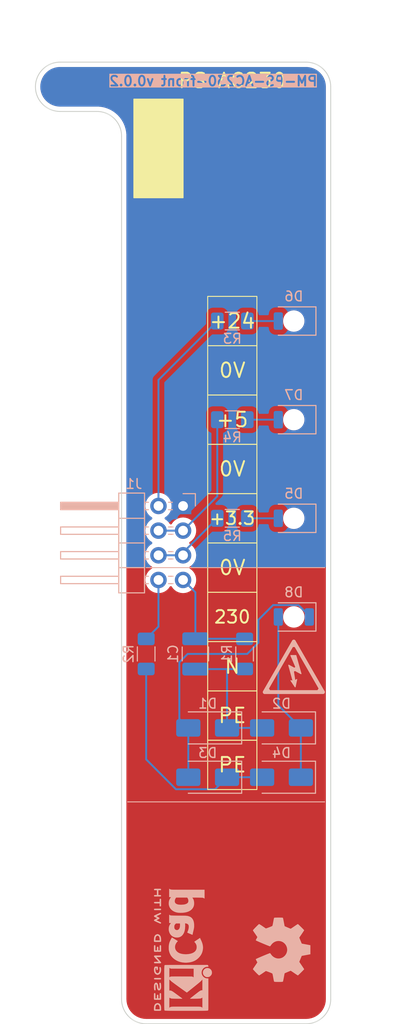
<source format=kicad_pcb>
(kicad_pcb (version 20240108) (generator "pcbnew") (generator_version "8.0")
  (title_block (title "${article} v${version}"))
  (layers (0 "F.Cu" signal) (31 "B.Cu" signal) (34 "B.Paste" user) (35 "F.Paste" user) (36 "B.SilkS" user "B.Silkscreen") (37 "F.SilkS" user "F.Silkscreen") (38 "B.Mask" user) (39 "F.Mask" user) (44 "Edge.Cuts" user))
  (property "article" "PM-PS-AC230-front")
  (property "version" "0.0.2")
  (net 0 "")
  (net 1 "+3.3V")
  (net 2 "N")
  (net 3 "GND")
  (net 4 "+5V")
  (net 5 "230V")
  (net 6 "+24V")
  (net 7 "Net-(D1-K)")
  (net 8 "Net-(D1-A)")
  (net 9 "Net-(D2-K)")
  (net 10 "Net-(D3-K)")
  (net 11 "Net-(D6-A)")
  (net 12 "Net-(D7-A)")
  (net 13 "Net-(D5-A)")
  (footprint "Connector_PinHeader_2.54mm:PinHeader_2x04_P2.54mm_Horizontal" (layer "B.Cu") (at 66.04 96.52 180)
    (property "Reference" "J1" (at 5.08 2.27 0) (layer "B.SilkS") (effects (justify mirror)))
    (property "Value" "PinHeader_02x04_P2.54_THT_angle")
    (pad "1" thru_hole rect (at 0 0 180) (size 1.7 1.7) (drill 1) (layers "*.Cu" "*.Mask") (net 3 "GND"))
    (pad "2" thru_hole oval (at 2.54 0 180) (size 1.7 1.7) (drill 1) (layers "*.Cu" "*.Mask") (net 6 "+24V"))
    (pad "3" thru_hole oval (at 0 -2.54 180) (size 1.7 1.7) (drill 1) (layers "*.Cu" "*.Mask") (net 4 "+5V"))
    (pad "4" thru_hole oval (at 2.54 -2.54 180) (size 1.7 1.7) (drill 1) (layers "*.Cu" "*.Mask") (net 4 "+5V"))
    (pad "5" thru_hole oval (at 0 -5.08 180) (size 1.7 1.7) (drill 1) (layers "*.Cu" "*.Mask") (net 1 "+3.3V"))
    (pad "6" thru_hole oval (at 2.54 -5.08 180) (size 1.7 1.7) (drill 1) (layers "*.Cu" "*.Mask") (net 1 "+3.3V"))
    (pad "7" thru_hole oval (at 0 -7.62 180) (size 1.7 1.7) (drill 1) (layers "*.Cu" "*.Mask") (net 5 "230V"))
    (pad "8" thru_hole oval (at 2.54 -7.62 180) (size 1.7 1.7) (drill 1) (layers "*.Cu" "*.Mask") (net 2 "N"))
  )
  (footprint "Resistor_SMD:R_1206_3216Metric_Pad1.30x1.75mm_HandSolder" (layer "B.Cu") (at 71.12 87.63)
    (property "Reference" "R4" (at 0 1.82 0) (layer "B.SilkS") (effects (justify mirror)))
    (property "Value" "620R")
    (pad "1" smd roundrect (at -1.55 0) (size 1.3 1.75) (layers "B.Cu" "B.Paste" "B.Mask") (roundrect_rratio 0.192308) (net 4 "+5V"))
    (pad "2" smd roundrect (at 1.55 0) (size 1.3 1.75) (layers "B.Cu" "B.Paste" "B.Mask") (roundrect_rratio 0.192308) (net 12 "Net-(D7-A)"))
  )
  (footprint "Resistor_SMD:R_1206_3216Metric_Pad1.30x1.75mm_HandSolder" (layer "B.Cu") (at 72.39 111.76 -90)
    (property "Reference" "R1" (at 0 1.82 90) (layer "B.SilkS") (effects (justify mirror)))
    (property "Value" "680k")
    (pad "1" smd roundrect (at -1.55 0 270) (size 1.3 1.75) (layers "B.Cu" "B.Paste" "B.Mask") (roundrect_rratio 0.192308) (net 5 "230V"))
    (pad "2" smd roundrect (at 1.55 0 270) (size 1.3 1.75) (layers "B.Cu" "B.Paste" "B.Mask") (roundrect_rratio 0.192308) (net 7 "Net-(D1-K)"))
  )
  (footprint "Diode_SMD:D_SMA" (layer "B.Cu") (at 68.58 119.38 180)
    (property "Reference" "D1" (at 0 2.5 0) (layer "B.SilkS") (effects (justify mirror)))
    (property "Value" "1N4007")
    (pad "1" smd roundrect (at -2 0 180) (size 2.5 1.8) (layers "B.Cu" "B.Paste" "B.Mask") (roundrect_rratio 0.1388888889) (net 7 "Net-(D1-K)"))
    (pad "2" smd roundrect (at 2 0 180) (size 2.5 1.8) (layers "B.Cu" "B.Paste" "B.Mask") (roundrect_rratio 0.1388888889) (net 8 "Net-(D1-A)"))
  )
  (footprint "kicad_inventree_lib:LED_1206_3216Metric_ReverseMount_Hole1.8x2.4mm" (layer "B.Cu") (at 77.47 97.79 180)
    (property "Reference" "D5" (at 0 2.54 0) (layer "B.SilkS") (effects (justify mirror)))
    (property "Value" "Green")
    (pad "" np_thru_hole oval (at 0 0 180) (size 1.7 1.7) (drill oval 1.7) (layers "F&B.Cu" "*.Mask"))
    (pad "1" smd roundrect (at -1.6 0 180) (size 0.95 1.8) (layers "B.Cu" "B.Paste" "B.Mask") (roundrect_rratio 0.2) (net 3 "GND"))
    (pad "2" smd roundrect (at 1.6 0 180) (size 0.95 1.8) (layers "B.Cu" "B.Paste" "B.Mask") (roundrect_rratio 0.2) (net 13 "Net-(D5-A)"))
  )
  (footprint "kicad_inventree_lib:LED_1206_3216Metric_ReverseMount_Hole1.8x2.4mm" (layer "B.Cu") (at 77.47 87.63 180)
    (property "Reference" "D7" (at 0 2.54 0) (layer "B.SilkS") (effects (justify mirror)))
    (property "Value" "Green")
    (pad "" np_thru_hole oval (at 0 0 180) (size 1.7 1.7) (drill oval 1.7) (layers "F&B.Cu" "*.Mask"))
    (pad "1" smd roundrect (at -1.6 0 180) (size 0.95 1.8) (layers "B.Cu" "B.Paste" "B.Mask") (roundrect_rratio 0.2) (net 3 "GND"))
    (pad "2" smd roundrect (at 1.6 0 180) (size 0.95 1.8) (layers "B.Cu" "B.Paste" "B.Mask") (roundrect_rratio 0.2) (net 12 "Net-(D7-A)"))
  )
  (footprint "Symbol:KiCad-Logo2_5mm_SilkScreen" (layer "B.Cu") (at 66.04 142.24 90)
    (property "Reference" "Logo_kicad" (hide yes))
    (property "Value" "KiCad-Logo2_5mm_SilkScreen" (hide yes))
  )
  (footprint "Diode_SMD:D_SMA" (layer "B.Cu") (at 68.58 124.46 180)
    (property "Reference" "D3" (at 0 2.5 0) (layer "B.SilkS") (effects (justify mirror)))
    (property "Value" "1N4007")
    (pad "1" smd roundrect (at -2 0 180) (size 2.5 1.8) (layers "B.Cu" "B.Paste" "B.Mask") (roundrect_rratio 0.1388888889) (net 10 "Net-(D3-K)"))
    (pad "2" smd roundrect (at 2 0 180) (size 2.5 1.8) (layers "B.Cu" "B.Paste" "B.Mask") (roundrect_rratio 0.1388888889) (net 8 "Net-(D1-A)"))
  )
  (footprint "Resistor_SMD:R_1206_3216Metric_Pad1.30x1.75mm_HandSolder" (layer "B.Cu") (at 71.12 97.79)
    (property "Reference" "R5" (at 0 1.82 0) (layer "B.SilkS") (effects (justify mirror)))
    (property "Value" "270")
    (pad "1" smd roundrect (at -1.55 0) (size 1.3 1.75) (layers "B.Cu" "B.Paste" "B.Mask") (roundrect_rratio 0.192308) (net 1 "+3.3V"))
    (pad "2" smd roundrect (at 1.55 0) (size 1.3 1.75) (layers "B.Cu" "B.Paste" "B.Mask") (roundrect_rratio 0.192308) (net 13 "Net-(D5-A)"))
  )
  (footprint "Diode_SMD:D_SMA" (layer "B.Cu") (at 76.2 124.46 180)
    (property "Reference" "D4" (at 0 2.5 0) (layer "B.SilkS") (effects (justify mirror)))
    (property "Value" "1N4007")
    (pad "1" smd roundrect (at -2 0 180) (size 2.5 1.8) (layers "B.Cu" "B.Paste" "B.Mask") (roundrect_rratio 0.1388888889) (net 9 "Net-(D2-K)"))
    (pad "2" smd roundrect (at 2 0 180) (size 2.5 1.8) (layers "B.Cu" "B.Paste" "B.Mask") (roundrect_rratio 0.1388888889) (net 10 "Net-(D3-K)"))
  )
  (footprint "Resistor_SMD:R_1206_3216Metric_Pad1.30x1.75mm_HandSolder" (layer "B.Cu") (at 62.23 111.76 -90)
    (property "Reference" "R2" (at 0 1.82 90) (layer "B.SilkS") (effects (justify mirror)))
    (property "Value" "100")
    (pad "1" smd roundrect (at -1.55 0 270) (size 1.3 1.75) (layers "B.Cu" "B.Paste" "B.Mask") (roundrect_rratio 0.192308) (net 2 "N"))
    (pad "2" smd roundrect (at 1.55 0 270) (size 1.3 1.75) (layers "B.Cu" "B.Paste" "B.Mask") (roundrect_rratio 0.192308) (net 10 "Net-(D3-K)"))
  )
  (footprint "kicad_inventree_lib:symbol_high_voltage" (layer "B.Cu") (at 77.47 113.03 180)
    (property "Reference" "logo_high_voltage" (hide yes))
    (property "Value" "symbol_high_voltage")
  )
  (footprint "Symbol:OSHW-Symbol_6.7x6mm_SilkScreen" (layer "B.Cu") (at 76.2 142.24 90)
    (property "Reference" "REF**" (hide yes))
    (property "Value" "OSHW-Symbol_6.7x6mm_SilkScreen" (hide yes))
  )
  (footprint "kicad_inventree_lib:LED_1206_3216Metric_ReverseMount_Hole1.8x2.4mm" (layer "B.Cu") (at 77.47 107.95 180)
    (property "Reference" "D8" (at 0 2.54 0) (layer "B.SilkS") (effects (justify mirror)))
    (property "Value" "Green")
    (pad "" np_thru_hole oval (at 0 0 180) (size 1.7 1.7) (drill oval 1.7) (layers "F&B.Cu" "*.Mask"))
    (pad "1" smd roundrect (at -1.6 0 180) (size 0.95 1.8) (layers "B.Cu" "B.Paste" "B.Mask") (roundrect_rratio 0.2) (net 8 "Net-(D1-A)"))
    (pad "2" smd roundrect (at 1.6 0 180) (size 0.95 1.8) (layers "B.Cu" "B.Paste" "B.Mask") (roundrect_rratio 0.2) (net 9 "Net-(D2-K)"))
  )
  (footprint "Resistor_SMD:R_1206_3216Metric_Pad1.30x1.75mm_HandSolder" (layer "B.Cu") (at 71.12 77.47)
    (property "Reference" "R3" (at 0 1.82 0) (layer "B.SilkS") (effects (justify mirror)))
    (property "Value" "4k7")
    (pad "1" smd roundrect (at -1.55 0) (size 1.3 1.75) (layers "B.Cu" "B.Paste" "B.Mask") (roundrect_rratio 0.192308) (net 6 "+24V"))
    (pad "2" smd roundrect (at 1.55 0) (size 1.3 1.75) (layers "B.Cu" "B.Paste" "B.Mask") (roundrect_rratio 0.192308) (net 11 "Net-(D6-A)"))
  )
  (footprint "Diode_SMD:D_SMA" (layer "B.Cu") (at 76.2 119.38 180)
    (property "Reference" "D2" (at 0 2.5 0) (layer "B.SilkS") (effects (justify mirror)))
    (property "Value" "1N4007")
    (pad "1" smd roundrect (at -2 0 180) (size 2.5 1.8) (layers "B.Cu" "B.Paste" "B.Mask") (roundrect_rratio 0.1388888889) (net 9 "Net-(D2-K)"))
    (pad "2" smd roundrect (at 2 0 180) (size 2.5 1.8) (layers "B.Cu" "B.Paste" "B.Mask") (roundrect_rratio 0.1388888889) (net 7 "Net-(D1-K)"))
  )
  (footprint "Capacitor_SMD:C_1210_3225Metric_Pad1.33x2.70mm_HandSolder" (layer "B.Cu") (at 67.31 111.76 -90)
    (property "Reference" "C1" (at 0 2.3 90) (layer "B.SilkS") (effects (justify mirror)))
    (property "Value" "68nF 500V")
    (pad "1" smd roundrect (at -1.5625 0 270) (size 1.325 2.7) (layers "B.Cu" "B.Paste" "B.Mask") (roundrect_rratio 0.188679) (net 5 "230V"))
    (pad "2" smd roundrect (at 1.5625 0 270) (size 1.325 2.7) (layers "B.Cu" "B.Paste" "B.Mask") (roundrect_rratio 0.188679) (net 7 "Net-(D1-K)"))
  )
  (footprint "kicad_inventree_lib:LED_1206_3216Metric_ReverseMount_Hole1.8x2.4mm" (layer "B.Cu") (at 77.47 77.47 180)
    (property "Reference" "D6" (at 0 2.54 0) (layer "B.SilkS") (effects (justify mirror)))
    (property "Value" "Green")
    (pad "" np_thru_hole oval (at 0 0 180) (size 1.7 1.7) (drill oval 1.7) (layers "F&B.Cu" "*.Mask"))
    (pad "1" smd roundrect (at -1.6 0 180) (size 0.95 1.8) (layers "B.Cu" "B.Paste" "B.Mask") (roundrect_rratio 0.2) (net 3 "GND"))
    (pad "2" smd roundrect (at 1.6 0 180) (size 0.95 1.8) (layers "B.Cu" "B.Paste" "B.Mask") (roundrect_rratio 0.2) (net 11 "Net-(D6-A)"))
  )
  (gr_line (start 80.645 127) (end 60.325 127) (stroke (width 0.1)) (layer "B.SilkS"))
  (gr_line (start 80.645 102.87) (end 62.23 102.87) (stroke (width 0.1)) (layer "B.SilkS"))
  (gr_rect (start 68.58 95.25) (end 73.66 100.33) (stroke (width 0.1)) (fill none) (layer "F.SilkS"))
  (gr_rect (start 68.58 74.93) (end 73.66 80.01) (stroke (width 0.1)) (fill none) (layer "F.SilkS"))
  (gr_rect (start 68.58 80.01) (end 73.66 85.09) (stroke (width 0.1)) (fill none) (layer "F.SilkS"))
  (gr_rect (start 68.58 110.49) (end 73.66 115.57) (stroke (width 0.1)) (fill none) (layer "F.SilkS"))
  (gr_rect (start 68.58 115.57) (end 73.66 120.65) (stroke (width 0.1)) (fill none) (layer "F.SilkS"))
  (gr_rect (start 68.58 120.65) (end 73.66 125.73) (stroke (width 0.1)) (fill none) (layer "F.SilkS"))
  (gr_rect (start 68.58 100.33) (end 73.66 105.41) (stroke (width 0.1)) (fill none) (layer "F.SilkS"))
  (gr_rect (start 68.58 105.41) (end 73.66 110.49) (stroke (width 0.1)) (fill none) (layer "F.SilkS"))
  (gr_rect (start 68.58 85.09) (end 73.66 90.17) (stroke (width 0.1)) (fill none) (layer "F.SilkS"))
  (gr_rect (start 60.96 54.61) (end 66.04 64.77) (stroke (width 0.1)) (fill solid) (layer "F.SilkS"))
  (gr_rect (start 68.58 90.17) (end 73.66 95.25) (stroke (width 0.1)) (fill none) (layer "F.SilkS"))
  (gr_line (start 53.34 55.88) (end 57.15 55.88) (stroke (width 0.1)) (layer "Edge.Cuts"))
  (gr_line (start 53.34 50.8) (end 78.74 50.8) (stroke (width 0.1)) (layer "Edge.Cuts"))
  (gr_line (start 59.69 58.42) (end 59.69 147.32) (stroke (width 0.1)) (layer "Edge.Cuts"))
  (gr_arc (start 62.23 149.86) (mid 60.433949 149.116051) (end 59.69 147.32) (stroke (width 0.1)) (layer "Edge.Cuts"))
  (gr_arc (start 50.8 53.34) (mid 51.543949 51.543949) (end 53.34 50.8) (stroke (width 0.1)) (layer "Edge.Cuts"))
  (gr_arc (start 81.28 147.32) (mid 80.536051 149.116051) (end 78.74 149.86) (stroke (width 0.1)) (layer "Edge.Cuts"))
  (gr_arc (start 78.74 50.8) (mid 80.536051 51.543949) (end 81.28 53.34) (stroke (width 0.1)) (layer "Edge.Cuts"))
  (gr_line (start 81.28 53.34) (end 81.28 147.32) (stroke (width 0.1)) (layer "Edge.Cuts"))
  (gr_arc (start 53.34 55.88) (mid 51.543949 55.136051) (end 50.8 53.34) (stroke (width 0.1)) (layer "Edge.Cuts"))
  (gr_arc (start 57.15 55.88) (mid 58.946051 56.623949) (end 59.69 58.42) (stroke (width 0.1)) (layer "Edge.Cuts"))
  (gr_line (start 62.23 149.86) (end 78.74 149.86) (stroke (width 0.1)) (layer "Edge.Cuts"))
  (gr_text "${article} v${version}" (at 80.01 53.34 0) (layer "B.SilkS" knockout) (effects (font (size 1 1) (thickness 0.2) (bold yes)) (justify left bottom mirror)))
  (gr_text "0V" (at 71.12 102.87 0) (layer "F.SilkS") (effects (font (size 1.5 1.5) (thickness 0.2))))
  (gr_text "+24" (at 71.12 77.47 0) (layer "F.SilkS") (effects (font (size 1.5 1.5) (thickness 0.2))))
  (gr_text "PE" (at 71.12 123.19 0) (layer "F.SilkS") (effects (font (size 1.5 1.5) (thickness 0.2))))
  (gr_text "+5" (at 71.12 87.63 0) (layer "F.SilkS") (effects (font (size 1.5 1.5) (thickness 0.2))))
  (gr_text "N" (at 71.12 113.03 0) (layer "F.SilkS") (effects (font (size 1.5 1.5) (thickness 0.2))))
  (gr_text "+3.3" (at 71.12 97.79 0) (layer "F.SilkS") (effects (font (size 1.3 1.3) (thickness 0.2))))
  (gr_text "230" (at 71.12 107.95 0) (layer "F.SilkS") (effects (font (size 1.3 1.3) (thickness 0.2))))
  (gr_text "0V" (at 71.12 92.71 0) (layer "F.SilkS") (effects (font (size 1.5 1.5) (thickness 0.2))))
  (gr_text "PE" (at 71.12 118.11 0) (layer "F.SilkS") (effects (font (size 1.5 1.5) (thickness 0.2))))
  (gr_text "0V" (at 71.12 82.55 0) (layer "F.SilkS") (effects (font (size 1.5 1.5) (thickness 0.2))))
  (gr_text "PS AC230" (at 71.12 52.705 0) (layer "F.SilkS") (effects (font (size 1.5 1.5) (thickness 0.2))))
  (segment (start 66.04 101.6) (end 66.04 101.0241) (width 0.2) (layer "B.Cu") (net 1))
  (segment (start 66.3359 101.0241) (end 66.04 101.0241) (width 0.2) (layer "B.Cu") (net 1))
  (segment (start 66.04 101.6) (end 63.5 101.6) (width 0.2) (layer "B.Cu") (net 1))
  (segment (start 69.57 97.79) (end 66.3359 101.0241) (width 0.2) (layer "B.Cu") (net 1))
  (segment (start 62.23 110.21) (end 63.5 108.94) (width 0.2) (layer "B.Cu") (net 2))
  (segment (start 63.5 108.94) (end 63.5 104.14) (width 0.2) (layer "B.Cu") (net 2))
  (segment (start 69.57 87.63) (end 69.57 95.53) (width 0.2) (layer "B.Cu") (net 4))
  (segment (start 69.57 95.53) (end 66.04 99.06) (width 0.2) (layer "B.Cu") (net 4))
  (segment (start 66.04 99.06) (end 63.5 99.06) (width 0.2) (layer "B.Cu") (net 4))
  (segment (start 67.31 105.41) (end 66.04 104.14) (width 0.2) (layer "B.Cu") (net 5))
  (segment (start 67.31 110.1975) (end 67.31 105.41) (width 0.2) (layer "B.Cu") (net 5))
  (segment (start 67.31 110.1975) (end 72.3775 110.1975) (width 0.2) (layer "B.Cu") (net 5))
  (segment (start 72.3775 110.1975) (end 72.39 110.21) (width 0.2) (layer "B.Cu") (net 5))
  (segment (start 63.5 83.54) (end 63.5 96.52) (width 0.2) (layer "B.Cu") (net 6))
  (segment (start 69.57 77.47) (end 63.5 83.54) (width 0.2) (layer "B.Cu") (net 6))
  (segment (start 74.2 119.38) (end 70.58 119.38) (width 0.2) (layer "B.Cu") (net 7))
  (segment (start 70.58 119.38) (end 70.58 113.3225) (width 0.2) (layer "B.Cu") (net 7))
  (segment (start 70.58 113.3225) (end 72.3775 113.3225) (width 0.2) (layer "B.Cu") (net 7))
  (segment (start 67.31 113.3225) (end 70.58 113.3225) (width 0.2) (layer "B.Cu") (net 7))
  (segment (start 72.3775 113.3225) (end 72.39 113.31) (width 0.2) (layer "B.Cu") (net 7))
  (segment (start 73.8163 110.6047) (end 72.661 111.76) (width 0.2) (layer "B.Cu") (net 8))
  (segment (start 65.6543 112.6203) (end 65.6543 118.4543) (width 0.2) (layer "B.Cu") (net 8))
  (segment (start 75.335 106.7264) (end 73.8163 108.2451) (width 0.2) (layer "B.Cu") (net 8))
  (segment (start 79.07 107.8349) (end 77.9615 106.7264) (width 0.2) (layer "B.Cu") (net 8))
  (segment (start 77.9615 106.7264) (end 75.335 106.7264) (width 0.2) (layer "B.Cu") (net 8))
  (segment (start 72.661 111.76) (end 66.5146 111.76) (width 0.2) (layer "B.Cu") (net 8))
  (segment (start 79.07 107.95) (end 79.07 107.8349) (width 0.2) (layer "B.Cu") (net 8))
  (segment (start 66.58 124.46) (end 66.58 119.38) (width 0.2) (layer "B.Cu") (net 8))
  (segment (start 73.8163 108.2451) (end 73.8163 110.6047) (width 0.2) (layer "B.Cu") (net 8))
  (segment (start 66.5146 111.76) (end 65.6543 112.6203) (width 0.2) (layer "B.Cu") (net 8))
  (segment (start 65.6543 118.4543) (end 66.58 119.38) (width 0.2) (layer "B.Cu") (net 8))
  (segment (start 75.87 117.05) (end 78.2 119.38) (width 0.2) (layer "B.Cu") (net 9))
  (segment (start 75.87 107.95) (end 75.87 117.05) (width 0.2) (layer "B.Cu") (net 9))
  (segment (start 78.2 119.38) (end 78.2 124.46) (width 0.2) (layer "B.Cu") (net 9))
  (segment (start 69.344 125.696) (end 65.3022 125.696) (width 0.2) (layer "B.Cu") (net 10))
  (segment (start 62.23 122.6238) (end 62.23 113.31) (width 0.2) (layer "B.Cu") (net 10))
  (segment (start 70.58 124.46) (end 69.344 125.696) (width 0.2) (layer "B.Cu") (net 10))
  (segment (start 65.3022 125.696) (end 62.23 122.6238) (width 0.2) (layer "B.Cu") (net 10))
  (segment (start 74.2 124.46) (end 70.58 124.46) (width 0.2) (layer "B.Cu") (net 10))
  (segment (start 75.87 77.47) (end 72.67 77.47) (width 0.2) (layer "B.Cu") (net 11))
  (segment (start 75.87 87.63) (end 72.67 87.63) (width 0.2) (layer "B.Cu") (net 12))
  (segment (start 75.87 97.79) (end 72.67 97.79) (width 0.2) (layer "B.Cu") (net 13))
  (zone (net 3) (net_name "GND") (layer "F.Cu") (connect_pads yes (clearance 0.5)) (min_thickness 0.25) (fill yes (thermal_gap 0.5) (thermal_bridge_width 0.5))
    (polygon (pts (xy 50.8 50.8) (xy 81.28 50.8) (xy 81.28 149.86) (xy 50.8 149.86)))
  )
  (zone (net 3) (net_name "GND") (layer "B.Cu") (connect_pads yes (clearance 0.5)) (min_thickness 0.25) (fill yes (thermal_gap 0.5) (thermal_bridge_width 0.5))
    (polygon (pts (xy 81.28 50.8) (xy 50.8 50.8) (xy 50.8 102.87) (xy 81.28 102.87)))
  )
)
</source>
